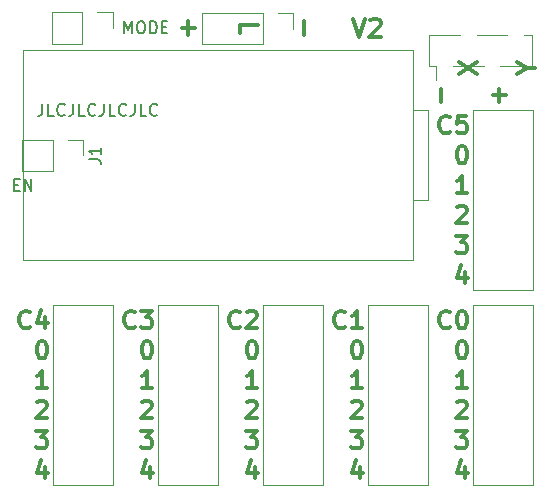
<source format=gbr>
%TF.GenerationSoftware,KiCad,Pcbnew,6.0.1-79c1e3a40b~116~ubuntu20.04.1*%
%TF.CreationDate,2022-02-08T10:59:44-05:00*%
%TF.ProjectId,gameKey-PCB-MainControl,67616d65-4b65-4792-9d50-43422d4d6169,rev?*%
%TF.SameCoordinates,Original*%
%TF.FileFunction,Legend,Top*%
%TF.FilePolarity,Positive*%
%FSLAX46Y46*%
G04 Gerber Fmt 4.6, Leading zero omitted, Abs format (unit mm)*
G04 Created by KiCad (PCBNEW 6.0.1-79c1e3a40b~116~ubuntu20.04.1) date 2022-02-08 10:59:44*
%MOMM*%
%LPD*%
G01*
G04 APERTURE LIST*
%ADD10C,0.150000*%
%ADD11C,0.300000*%
%ADD12C,0.304800*%
%ADD13C,0.152400*%
%ADD14C,0.120000*%
G04 APERTURE END LIST*
D10*
X2436904Y26741428D02*
X2770238Y26741428D01*
X2913095Y26217619D02*
X2436904Y26217619D01*
X2436904Y27217619D01*
X2913095Y27217619D01*
X3341666Y26217619D02*
X3341666Y27217619D01*
X3913095Y26217619D01*
X3913095Y27217619D01*
D11*
X40294285Y13521428D02*
X40437142Y13521428D01*
X40580000Y13450000D01*
X40651428Y13378571D01*
X40722857Y13235714D01*
X40794285Y12950000D01*
X40794285Y12592857D01*
X40722857Y12307142D01*
X40651428Y12164285D01*
X40580000Y12092857D01*
X40437142Y12021428D01*
X40294285Y12021428D01*
X40151428Y12092857D01*
X40080000Y12164285D01*
X40008571Y12307142D01*
X39937142Y12592857D01*
X39937142Y12950000D01*
X40008571Y13235714D01*
X40080000Y13378571D01*
X40151428Y13450000D01*
X40294285Y13521428D01*
X13624285Y13521428D02*
X13767142Y13521428D01*
X13910000Y13450000D01*
X13981428Y13378571D01*
X14052857Y13235714D01*
X14124285Y12950000D01*
X14124285Y12592857D01*
X14052857Y12307142D01*
X13981428Y12164285D01*
X13910000Y12092857D01*
X13767142Y12021428D01*
X13624285Y12021428D01*
X13481428Y12092857D01*
X13410000Y12164285D01*
X13338571Y12307142D01*
X13267142Y12592857D01*
X13267142Y12950000D01*
X13338571Y13235714D01*
X13410000Y13378571D01*
X13481428Y13450000D01*
X13624285Y13521428D01*
X13267142Y8298571D02*
X13338571Y8370000D01*
X13481428Y8441428D01*
X13838571Y8441428D01*
X13981428Y8370000D01*
X14052857Y8298571D01*
X14124285Y8155714D01*
X14124285Y8012857D01*
X14052857Y7798571D01*
X13195714Y6941428D01*
X14124285Y6941428D01*
X30475714Y14704285D02*
X30404285Y14632857D01*
X30190000Y14561428D01*
X30047142Y14561428D01*
X29832857Y14632857D01*
X29690000Y14775714D01*
X29618571Y14918571D01*
X29547142Y15204285D01*
X29547142Y15418571D01*
X29618571Y15704285D01*
X29690000Y15847142D01*
X29832857Y15990000D01*
X30047142Y16061428D01*
X30190000Y16061428D01*
X30404285Y15990000D01*
X30475714Y15918571D01*
X31904285Y14561428D02*
X31047142Y14561428D01*
X31475714Y14561428D02*
X31475714Y16061428D01*
X31332857Y15847142D01*
X31190000Y15704285D01*
X31047142Y15632857D01*
D12*
X27023422Y40585571D02*
X27023422Y39424428D01*
X21535571Y39533285D02*
X21535571Y40259000D01*
X23059571Y40259000D01*
X17208862Y40585571D02*
X17208862Y39424428D01*
X16628291Y40005000D02*
X17789434Y40005000D01*
D11*
X39937142Y8298571D02*
X40008571Y8370000D01*
X40151428Y8441428D01*
X40508571Y8441428D01*
X40651428Y8370000D01*
X40722857Y8298571D01*
X40794285Y8155714D01*
X40794285Y8012857D01*
X40722857Y7798571D01*
X39865714Y6941428D01*
X40794285Y6941428D01*
X22871428Y2861428D02*
X22871428Y1861428D01*
X22514285Y3432857D02*
X22157142Y2361428D01*
X23085714Y2361428D01*
X39365714Y31214285D02*
X39294285Y31142857D01*
X39080000Y31071428D01*
X38937142Y31071428D01*
X38722857Y31142857D01*
X38580000Y31285714D01*
X38508571Y31428571D01*
X38437142Y31714285D01*
X38437142Y31928571D01*
X38508571Y32214285D01*
X38580000Y32357142D01*
X38722857Y32500000D01*
X38937142Y32571428D01*
X39080000Y32571428D01*
X39294285Y32500000D01*
X39365714Y32428571D01*
X40722857Y32571428D02*
X40008571Y32571428D01*
X39937142Y31857142D01*
X40008571Y31928571D01*
X40151428Y32000000D01*
X40508571Y32000000D01*
X40651428Y31928571D01*
X40722857Y31857142D01*
X40794285Y31714285D01*
X40794285Y31357142D01*
X40722857Y31214285D01*
X40651428Y31142857D01*
X40508571Y31071428D01*
X40151428Y31071428D01*
X40008571Y31142857D01*
X39937142Y31214285D01*
X31904285Y9481428D02*
X31047142Y9481428D01*
X31475714Y9481428D02*
X31475714Y10981428D01*
X31332857Y10767142D01*
X31190000Y10624285D01*
X31047142Y10552857D01*
X30975714Y5901428D02*
X31904285Y5901428D01*
X31404285Y5330000D01*
X31618571Y5330000D01*
X31761428Y5258571D01*
X31832857Y5187142D01*
X31904285Y5044285D01*
X31904285Y4687142D01*
X31832857Y4544285D01*
X31761428Y4472857D01*
X31618571Y4401428D01*
X31190000Y4401428D01*
X31047142Y4472857D01*
X30975714Y4544285D01*
X31047142Y8298571D02*
X31118571Y8370000D01*
X31261428Y8441428D01*
X31618571Y8441428D01*
X31761428Y8370000D01*
X31832857Y8298571D01*
X31904285Y8155714D01*
X31904285Y8012857D01*
X31832857Y7798571D01*
X30975714Y6941428D01*
X31904285Y6941428D01*
X14124285Y9481428D02*
X13267142Y9481428D01*
X13695714Y9481428D02*
X13695714Y10981428D01*
X13552857Y10767142D01*
X13410000Y10624285D01*
X13267142Y10552857D01*
X40794285Y9481428D02*
X39937142Y9481428D01*
X40365714Y9481428D02*
X40365714Y10981428D01*
X40222857Y10767142D01*
X40080000Y10624285D01*
X39937142Y10552857D01*
X21585714Y14704285D02*
X21514285Y14632857D01*
X21300000Y14561428D01*
X21157142Y14561428D01*
X20942857Y14632857D01*
X20800000Y14775714D01*
X20728571Y14918571D01*
X20657142Y15204285D01*
X20657142Y15418571D01*
X20728571Y15704285D01*
X20800000Y15847142D01*
X20942857Y15990000D01*
X21157142Y16061428D01*
X21300000Y16061428D01*
X21514285Y15990000D01*
X21585714Y15918571D01*
X22157142Y15918571D02*
X22228571Y15990000D01*
X22371428Y16061428D01*
X22728571Y16061428D01*
X22871428Y15990000D01*
X22942857Y15918571D01*
X23014285Y15775714D01*
X23014285Y15632857D01*
X22942857Y15418571D01*
X22085714Y14561428D01*
X23014285Y14561428D01*
X22157142Y8298571D02*
X22228571Y8370000D01*
X22371428Y8441428D01*
X22728571Y8441428D01*
X22871428Y8370000D01*
X22942857Y8298571D01*
X23014285Y8155714D01*
X23014285Y8012857D01*
X22942857Y7798571D01*
X22085714Y6941428D01*
X23014285Y6941428D01*
X22085714Y5901428D02*
X23014285Y5901428D01*
X22514285Y5330000D01*
X22728571Y5330000D01*
X22871428Y5258571D01*
X22942857Y5187142D01*
X23014285Y5044285D01*
X23014285Y4687142D01*
X22942857Y4544285D01*
X22871428Y4472857D01*
X22728571Y4401428D01*
X22300000Y4401428D01*
X22157142Y4472857D01*
X22085714Y4544285D01*
X4377142Y8298571D02*
X4448571Y8370000D01*
X4591428Y8441428D01*
X4948571Y8441428D01*
X5091428Y8370000D01*
X5162857Y8298571D01*
X5234285Y8155714D01*
X5234285Y8012857D01*
X5162857Y7798571D01*
X4305714Y6941428D01*
X5234285Y6941428D01*
X39365714Y14704285D02*
X39294285Y14632857D01*
X39080000Y14561428D01*
X38937142Y14561428D01*
X38722857Y14632857D01*
X38580000Y14775714D01*
X38508571Y14918571D01*
X38437142Y15204285D01*
X38437142Y15418571D01*
X38508571Y15704285D01*
X38580000Y15847142D01*
X38722857Y15990000D01*
X38937142Y16061428D01*
X39080000Y16061428D01*
X39294285Y15990000D01*
X39365714Y15918571D01*
X40294285Y16061428D02*
X40437142Y16061428D01*
X40580000Y15990000D01*
X40651428Y15918571D01*
X40722857Y15775714D01*
X40794285Y15490000D01*
X40794285Y15132857D01*
X40722857Y14847142D01*
X40651428Y14704285D01*
X40580000Y14632857D01*
X40437142Y14561428D01*
X40294285Y14561428D01*
X40151428Y14632857D01*
X40080000Y14704285D01*
X40008571Y14847142D01*
X39937142Y15132857D01*
X39937142Y15490000D01*
X40008571Y15775714D01*
X40080000Y15918571D01*
X40151428Y15990000D01*
X40294285Y16061428D01*
X4305714Y5901428D02*
X5234285Y5901428D01*
X4734285Y5330000D01*
X4948571Y5330000D01*
X5091428Y5258571D01*
X5162857Y5187142D01*
X5234285Y5044285D01*
X5234285Y4687142D01*
X5162857Y4544285D01*
X5091428Y4472857D01*
X4948571Y4401428D01*
X4520000Y4401428D01*
X4377142Y4472857D01*
X4305714Y4544285D01*
D12*
X31151285Y40789571D02*
X31659285Y39265571D01*
X32167285Y40789571D01*
X32602714Y40644428D02*
X32675285Y40717000D01*
X32820428Y40789571D01*
X33183285Y40789571D01*
X33328428Y40717000D01*
X33401000Y40644428D01*
X33473571Y40499285D01*
X33473571Y40354142D01*
X33401000Y40136428D01*
X32530142Y39265571D01*
X33473571Y39265571D01*
D11*
X5091428Y2861428D02*
X5091428Y1861428D01*
X4734285Y3432857D02*
X4377142Y2361428D01*
X5305714Y2361428D01*
X39865714Y5901428D02*
X40794285Y5901428D01*
X40294285Y5330000D01*
X40508571Y5330000D01*
X40651428Y5258571D01*
X40722857Y5187142D01*
X40794285Y5044285D01*
X40794285Y4687142D01*
X40722857Y4544285D01*
X40651428Y4472857D01*
X40508571Y4401428D01*
X40080000Y4401428D01*
X39937142Y4472857D01*
X39865714Y4544285D01*
X31404285Y13521428D02*
X31547142Y13521428D01*
X31690000Y13450000D01*
X31761428Y13378571D01*
X31832857Y13235714D01*
X31904285Y12950000D01*
X31904285Y12592857D01*
X31832857Y12307142D01*
X31761428Y12164285D01*
X31690000Y12092857D01*
X31547142Y12021428D01*
X31404285Y12021428D01*
X31261428Y12092857D01*
X31190000Y12164285D01*
X31118571Y12307142D01*
X31047142Y12592857D01*
X31047142Y12950000D01*
X31118571Y13235714D01*
X31190000Y13378571D01*
X31261428Y13450000D01*
X31404285Y13521428D01*
X4734285Y13521428D02*
X4877142Y13521428D01*
X5020000Y13450000D01*
X5091428Y13378571D01*
X5162857Y13235714D01*
X5234285Y12950000D01*
X5234285Y12592857D01*
X5162857Y12307142D01*
X5091428Y12164285D01*
X5020000Y12092857D01*
X4877142Y12021428D01*
X4734285Y12021428D01*
X4591428Y12092857D01*
X4520000Y12164285D01*
X4448571Y12307142D01*
X4377142Y12592857D01*
X4377142Y12950000D01*
X4448571Y13235714D01*
X4520000Y13378571D01*
X4591428Y13450000D01*
X4734285Y13521428D01*
X5234285Y9481428D02*
X4377142Y9481428D01*
X4805714Y9481428D02*
X4805714Y10981428D01*
X4662857Y10767142D01*
X4520000Y10624285D01*
X4377142Y10552857D01*
X39937142Y24808571D02*
X40008571Y24880000D01*
X40151428Y24951428D01*
X40508571Y24951428D01*
X40651428Y24880000D01*
X40722857Y24808571D01*
X40794285Y24665714D01*
X40794285Y24522857D01*
X40722857Y24308571D01*
X39865714Y23451428D01*
X40794285Y23451428D01*
D10*
X11765595Y39552619D02*
X11765595Y40552619D01*
X12098928Y39838333D01*
X12432261Y40552619D01*
X12432261Y39552619D01*
X13098928Y40552619D02*
X13289404Y40552619D01*
X13384642Y40505000D01*
X13479880Y40409761D01*
X13527500Y40219285D01*
X13527500Y39885952D01*
X13479880Y39695476D01*
X13384642Y39600238D01*
X13289404Y39552619D01*
X13098928Y39552619D01*
X13003690Y39600238D01*
X12908452Y39695476D01*
X12860833Y39885952D01*
X12860833Y40219285D01*
X12908452Y40409761D01*
X13003690Y40505000D01*
X13098928Y40552619D01*
X13956071Y39552619D02*
X13956071Y40552619D01*
X14194166Y40552619D01*
X14337023Y40505000D01*
X14432261Y40409761D01*
X14479880Y40314523D01*
X14527500Y40124047D01*
X14527500Y39981190D01*
X14479880Y39790714D01*
X14432261Y39695476D01*
X14337023Y39600238D01*
X14194166Y39552619D01*
X13956071Y39552619D01*
X14956071Y40076428D02*
X15289404Y40076428D01*
X15432261Y39552619D02*
X14956071Y39552619D01*
X14956071Y40552619D01*
X15432261Y40552619D01*
D11*
X40651428Y19371428D02*
X40651428Y18371428D01*
X40294285Y19942857D02*
X39937142Y18871428D01*
X40865714Y18871428D01*
X23014285Y9481428D02*
X22157142Y9481428D01*
X22585714Y9481428D02*
X22585714Y10981428D01*
X22442857Y10767142D01*
X22300000Y10624285D01*
X22157142Y10552857D01*
D12*
X38628389Y33709428D02*
X38628389Y34870571D01*
X40138600Y36104285D02*
X41662600Y37120285D01*
X40138600Y37120285D02*
X41662600Y36104285D01*
X43535669Y33709428D02*
X43535669Y34870571D01*
X44116240Y34290000D02*
X42955097Y34290000D01*
X45844166Y36612285D02*
X46569880Y36612285D01*
X45045880Y36104285D02*
X45844166Y36612285D01*
X45045880Y37120285D01*
D11*
X3805714Y14704285D02*
X3734285Y14632857D01*
X3520000Y14561428D01*
X3377142Y14561428D01*
X3162857Y14632857D01*
X3020000Y14775714D01*
X2948571Y14918571D01*
X2877142Y15204285D01*
X2877142Y15418571D01*
X2948571Y15704285D01*
X3020000Y15847142D01*
X3162857Y15990000D01*
X3377142Y16061428D01*
X3520000Y16061428D01*
X3734285Y15990000D01*
X3805714Y15918571D01*
X5091428Y15561428D02*
X5091428Y14561428D01*
X4734285Y16132857D02*
X4377142Y15061428D01*
X5305714Y15061428D01*
X12695714Y14704285D02*
X12624285Y14632857D01*
X12410000Y14561428D01*
X12267142Y14561428D01*
X12052857Y14632857D01*
X11910000Y14775714D01*
X11838571Y14918571D01*
X11767142Y15204285D01*
X11767142Y15418571D01*
X11838571Y15704285D01*
X11910000Y15847142D01*
X12052857Y15990000D01*
X12267142Y16061428D01*
X12410000Y16061428D01*
X12624285Y15990000D01*
X12695714Y15918571D01*
X13195714Y16061428D02*
X14124285Y16061428D01*
X13624285Y15490000D01*
X13838571Y15490000D01*
X13981428Y15418571D01*
X14052857Y15347142D01*
X14124285Y15204285D01*
X14124285Y14847142D01*
X14052857Y14704285D01*
X13981428Y14632857D01*
X13838571Y14561428D01*
X13410000Y14561428D01*
X13267142Y14632857D01*
X13195714Y14704285D01*
D13*
X4832047Y33576380D02*
X4832047Y32850666D01*
X4783666Y32705523D01*
X4686904Y32608761D01*
X4541761Y32560380D01*
X4445000Y32560380D01*
X5799666Y32560380D02*
X5315857Y32560380D01*
X5315857Y33576380D01*
X6718904Y32657142D02*
X6670523Y32608761D01*
X6525380Y32560380D01*
X6428619Y32560380D01*
X6283476Y32608761D01*
X6186714Y32705523D01*
X6138333Y32802285D01*
X6089952Y32995809D01*
X6089952Y33140952D01*
X6138333Y33334476D01*
X6186714Y33431238D01*
X6283476Y33528000D01*
X6428619Y33576380D01*
X6525380Y33576380D01*
X6670523Y33528000D01*
X6718904Y33479619D01*
X7444619Y33576380D02*
X7444619Y32850666D01*
X7396238Y32705523D01*
X7299476Y32608761D01*
X7154333Y32560380D01*
X7057571Y32560380D01*
X8412238Y32560380D02*
X7928428Y32560380D01*
X7928428Y33576380D01*
X9331476Y32657142D02*
X9283095Y32608761D01*
X9137952Y32560380D01*
X9041190Y32560380D01*
X8896047Y32608761D01*
X8799285Y32705523D01*
X8750904Y32802285D01*
X8702523Y32995809D01*
X8702523Y33140952D01*
X8750904Y33334476D01*
X8799285Y33431238D01*
X8896047Y33528000D01*
X9041190Y33576380D01*
X9137952Y33576380D01*
X9283095Y33528000D01*
X9331476Y33479619D01*
X10057190Y33576380D02*
X10057190Y32850666D01*
X10008809Y32705523D01*
X9912047Y32608761D01*
X9766904Y32560380D01*
X9670142Y32560380D01*
X11024809Y32560380D02*
X10541000Y32560380D01*
X10541000Y33576380D01*
X11944047Y32657142D02*
X11895666Y32608761D01*
X11750523Y32560380D01*
X11653761Y32560380D01*
X11508619Y32608761D01*
X11411857Y32705523D01*
X11363476Y32802285D01*
X11315095Y32995809D01*
X11315095Y33140952D01*
X11363476Y33334476D01*
X11411857Y33431238D01*
X11508619Y33528000D01*
X11653761Y33576380D01*
X11750523Y33576380D01*
X11895666Y33528000D01*
X11944047Y33479619D01*
X12669761Y33576380D02*
X12669761Y32850666D01*
X12621380Y32705523D01*
X12524619Y32608761D01*
X12379476Y32560380D01*
X12282714Y32560380D01*
X13637380Y32560380D02*
X13153571Y32560380D01*
X13153571Y33576380D01*
X14556619Y32657142D02*
X14508238Y32608761D01*
X14363095Y32560380D01*
X14266333Y32560380D01*
X14121190Y32608761D01*
X14024428Y32705523D01*
X13976047Y32802285D01*
X13927666Y32995809D01*
X13927666Y33140952D01*
X13976047Y33334476D01*
X14024428Y33431238D01*
X14121190Y33528000D01*
X14266333Y33576380D01*
X14363095Y33576380D01*
X14508238Y33528000D01*
X14556619Y33479619D01*
D11*
X40294285Y30031428D02*
X40437142Y30031428D01*
X40580000Y29960000D01*
X40651428Y29888571D01*
X40722857Y29745714D01*
X40794285Y29460000D01*
X40794285Y29102857D01*
X40722857Y28817142D01*
X40651428Y28674285D01*
X40580000Y28602857D01*
X40437142Y28531428D01*
X40294285Y28531428D01*
X40151428Y28602857D01*
X40080000Y28674285D01*
X40008571Y28817142D01*
X39937142Y29102857D01*
X39937142Y29460000D01*
X40008571Y29745714D01*
X40080000Y29888571D01*
X40151428Y29960000D01*
X40294285Y30031428D01*
X13195714Y5901428D02*
X14124285Y5901428D01*
X13624285Y5330000D01*
X13838571Y5330000D01*
X13981428Y5258571D01*
X14052857Y5187142D01*
X14124285Y5044285D01*
X14124285Y4687142D01*
X14052857Y4544285D01*
X13981428Y4472857D01*
X13838571Y4401428D01*
X13410000Y4401428D01*
X13267142Y4472857D01*
X13195714Y4544285D01*
X13981428Y2861428D02*
X13981428Y1861428D01*
X13624285Y3432857D02*
X13267142Y2361428D01*
X14195714Y2361428D01*
X39865714Y22411428D02*
X40794285Y22411428D01*
X40294285Y21840000D01*
X40508571Y21840000D01*
X40651428Y21768571D01*
X40722857Y21697142D01*
X40794285Y21554285D01*
X40794285Y21197142D01*
X40722857Y21054285D01*
X40651428Y20982857D01*
X40508571Y20911428D01*
X40080000Y20911428D01*
X39937142Y20982857D01*
X39865714Y21054285D01*
X40794285Y25991428D02*
X39937142Y25991428D01*
X40365714Y25991428D02*
X40365714Y27491428D01*
X40222857Y27277142D01*
X40080000Y27134285D01*
X39937142Y27062857D01*
X22514285Y13521428D02*
X22657142Y13521428D01*
X22800000Y13450000D01*
X22871428Y13378571D01*
X22942857Y13235714D01*
X23014285Y12950000D01*
X23014285Y12592857D01*
X22942857Y12307142D01*
X22871428Y12164285D01*
X22800000Y12092857D01*
X22657142Y12021428D01*
X22514285Y12021428D01*
X22371428Y12092857D01*
X22300000Y12164285D01*
X22228571Y12307142D01*
X22157142Y12592857D01*
X22157142Y12950000D01*
X22228571Y13235714D01*
X22300000Y13378571D01*
X22371428Y13450000D01*
X22514285Y13521428D01*
X40651428Y2861428D02*
X40651428Y1861428D01*
X40294285Y3432857D02*
X39937142Y2361428D01*
X40865714Y2361428D01*
X31761428Y2861428D02*
X31761428Y1861428D01*
X31404285Y3432857D02*
X31047142Y2361428D01*
X31975714Y2361428D01*
D10*
%TO.C,J1*%
X8767380Y28876666D02*
X9481666Y28876666D01*
X9624523Y28829047D01*
X9719761Y28733809D01*
X9767380Y28590952D01*
X9767380Y28495714D01*
X9767380Y29876666D02*
X9767380Y29305238D01*
X9767380Y29590952D02*
X8767380Y29590952D01*
X8910238Y29495714D01*
X9005476Y29400476D01*
X9053095Y29305238D01*
D14*
%TO.C,J9*%
X10795000Y16510000D02*
X5715000Y16510000D01*
X5715000Y16510000D02*
X5715000Y1270000D01*
X5715000Y1270000D02*
X10795000Y1270000D01*
X10795000Y1270000D02*
X10795000Y16510000D01*
%TO.C,J7*%
X28575000Y16510000D02*
X23495000Y16510000D01*
X23495000Y16510000D02*
X23495000Y1270000D01*
X23495000Y1270000D02*
X28575000Y1270000D01*
X28575000Y1270000D02*
X28575000Y16510000D01*
%TO.C,J5*%
X46355000Y16510000D02*
X41275000Y16510000D01*
X41275000Y16510000D02*
X41275000Y1270000D01*
X41275000Y1270000D02*
X46355000Y1270000D01*
X46355000Y1270000D02*
X46355000Y16510000D01*
%TO.C,J6*%
X37465000Y16510000D02*
X32385000Y16510000D01*
X32385000Y16510000D02*
X32385000Y1270000D01*
X32385000Y1270000D02*
X37465000Y1270000D01*
X37465000Y1270000D02*
X37465000Y16510000D01*
%TO.C,J4*%
X8235000Y38675000D02*
X5635000Y38675000D01*
X10835000Y41335000D02*
X10835000Y40005000D01*
X8235000Y41335000D02*
X5635000Y41335000D01*
X9505000Y41335000D02*
X10835000Y41335000D01*
X8235000Y41335000D02*
X8235000Y38675000D01*
X5635000Y41335000D02*
X5635000Y38675000D01*
%TO.C,J1*%
X5715000Y30540000D02*
X5715000Y27880000D01*
X5715000Y27880000D02*
X3115000Y27880000D01*
X3115000Y30540000D02*
X3115000Y27880000D01*
X8315000Y30540000D02*
X8315000Y29210000D01*
X5715000Y30540000D02*
X3115000Y30540000D01*
X6985000Y30540000D02*
X8315000Y30540000D01*
%TO.C,J3*%
X23480000Y38625000D02*
X18340000Y38625000D01*
X18340000Y41285000D02*
X18340000Y38625000D01*
X24750000Y41285000D02*
X26080000Y41285000D01*
X23480000Y41285000D02*
X18340000Y41285000D01*
X26080000Y41285000D02*
X26080000Y39955000D01*
X23480000Y41285000D02*
X23480000Y38625000D01*
%TO.C,J2*%
X37550000Y36790000D02*
X38200000Y36790000D01*
X46270000Y36790000D02*
X46270000Y39410000D01*
X43620000Y36790000D02*
X46270000Y36790000D01*
X37550000Y36790000D02*
X37550000Y39410000D01*
X39620000Y36790000D02*
X42200000Y36790000D01*
X37550000Y39410000D02*
X40200000Y39410000D01*
X41620000Y39410000D02*
X44200000Y39410000D01*
X38200000Y35560000D02*
X38200000Y36790000D01*
X45620000Y39410000D02*
X46270000Y39410000D01*
%TO.C,B1*%
X36195000Y20320000D02*
X36195000Y38100000D01*
X36195000Y33020000D02*
X37465000Y33020000D01*
X3175000Y38100000D02*
X3175000Y20320000D01*
X37465000Y25400000D02*
X36195000Y25400000D01*
X37465000Y33020000D02*
X37465000Y25400000D01*
X3175000Y20320000D02*
X36195000Y20320000D01*
X36195000Y38100000D02*
X3175000Y38100000D01*
%TO.C,J8*%
X19685000Y16510000D02*
X14605000Y16510000D01*
X14605000Y16510000D02*
X14605000Y1270000D01*
X14605000Y1270000D02*
X19685000Y1270000D01*
X19685000Y1270000D02*
X19685000Y16510000D01*
%TO.C,J10*%
X46355000Y33020000D02*
X41275000Y33020000D01*
X41275000Y33020000D02*
X41275000Y17780000D01*
X41275000Y17780000D02*
X46355000Y17780000D01*
X46355000Y17780000D02*
X46355000Y33020000D01*
%TD*%
M02*

</source>
